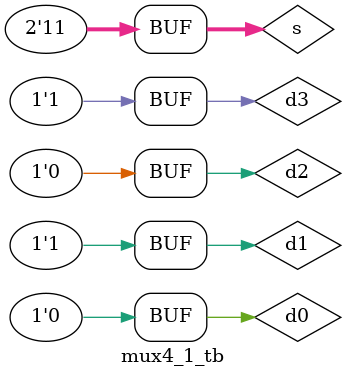
<source format=sv>
module mux4_1_tb;
    logic d0, d1, d2, d3;
    logic [1:0] s;
    logic y;

    mux4_1 dut (d0, d1, d2, d3, s, y);

    initial begin
        d0 = 0; d1 = 1; d2 = 0; d3 = 1; s = 2'b00; #10;
        d0 = 0; d1 = 1; d2 = 0; d3 = 1; s = 2'b01; #10;
        d0 = 0; d1 = 1; d2 = 0; d3 = 1; s = 2'b10; #10;
        d0 = 0; d1 = 1; d2 = 0; d3 = 1; s = 2'b11; #10;
    end
endmodule

</source>
